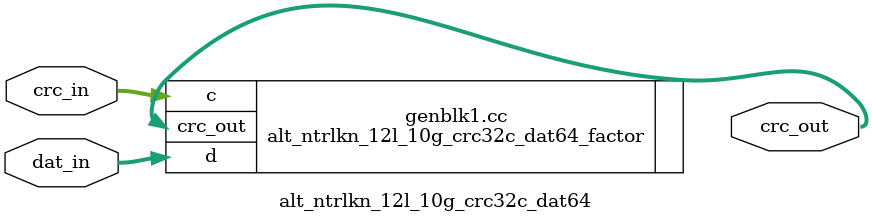
<source format=v>


`timescale 1 ps / 1 ps


module alt_ntrlkn_12l_10g_crc32c_dat64 (
	input[31:0] crc_in,
	input[63:0] dat_in,
	output[31:0] crc_out
);

parameter METHOD = 1;

generate
  if (METHOD == 0)
    alt_ntrlkn_12l_10g_crc32c_dat64_flat cc (.c(crc_in),.d(dat_in),.crc_out(crc_out));
  else
    alt_ntrlkn_12l_10g_crc32c_dat64_factor cc (.c(crc_in),.d(dat_in),.crc_out(crc_out));
endgenerate

endmodule

</source>
